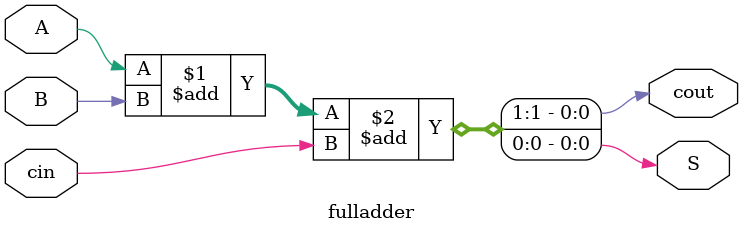
<source format=v>
module fulladder(
    input A,
    input B,
    input cin,
    output S,
    output cout
    );
    assign {cout, S} = A + B + cin;
endmodule

</source>
